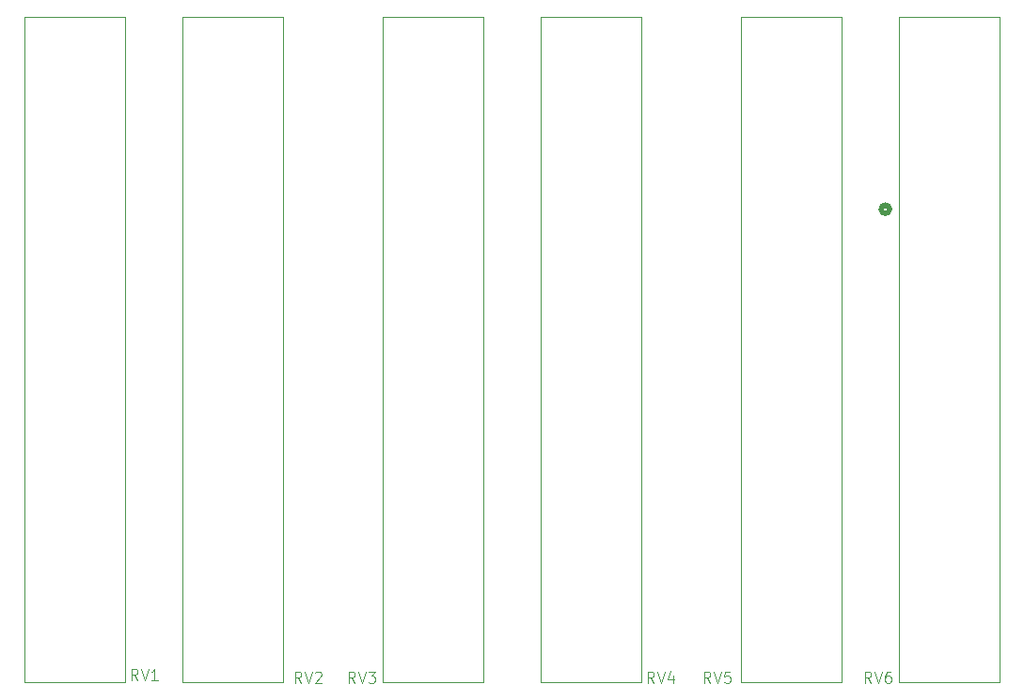
<source format=gbr>
%TF.GenerationSoftware,KiCad,Pcbnew,8.0.2*%
%TF.CreationDate,2024-06-02T13:55:41-07:00*%
%TF.ProjectId,RLS_PCBA,524c535f-5043-4424-912e-6b696361645f,rev?*%
%TF.SameCoordinates,Original*%
%TF.FileFunction,Legend,Top*%
%TF.FilePolarity,Positive*%
%FSLAX46Y46*%
G04 Gerber Fmt 4.6, Leading zero omitted, Abs format (unit mm)*
G04 Created by KiCad (PCBNEW 8.0.2) date 2024-06-02 13:55:41*
%MOMM*%
%LPD*%
G01*
G04 APERTURE LIST*
%ADD10C,0.100000*%
%ADD11C,0.050000*%
%ADD12C,0.508000*%
G04 APERTURE END LIST*
D10*
X161380561Y-145847019D02*
X161047228Y-145370828D01*
X160809133Y-145847019D02*
X160809133Y-144847019D01*
X160809133Y-144847019D02*
X161190085Y-144847019D01*
X161190085Y-144847019D02*
X161285323Y-144894638D01*
X161285323Y-144894638D02*
X161332942Y-144942257D01*
X161332942Y-144942257D02*
X161380561Y-145037495D01*
X161380561Y-145037495D02*
X161380561Y-145180352D01*
X161380561Y-145180352D02*
X161332942Y-145275590D01*
X161332942Y-145275590D02*
X161285323Y-145323209D01*
X161285323Y-145323209D02*
X161190085Y-145370828D01*
X161190085Y-145370828D02*
X160809133Y-145370828D01*
X161666276Y-144847019D02*
X161999609Y-145847019D01*
X161999609Y-145847019D02*
X162332942Y-144847019D01*
X163142466Y-144847019D02*
X162666276Y-144847019D01*
X162666276Y-144847019D02*
X162618657Y-145323209D01*
X162618657Y-145323209D02*
X162666276Y-145275590D01*
X162666276Y-145275590D02*
X162761514Y-145227971D01*
X162761514Y-145227971D02*
X162999609Y-145227971D01*
X162999609Y-145227971D02*
X163094847Y-145275590D01*
X163094847Y-145275590D02*
X163142466Y-145323209D01*
X163142466Y-145323209D02*
X163190085Y-145418447D01*
X163190085Y-145418447D02*
X163190085Y-145656542D01*
X163190085Y-145656542D02*
X163142466Y-145751780D01*
X163142466Y-145751780D02*
X163094847Y-145799400D01*
X163094847Y-145799400D02*
X162999609Y-145847019D01*
X162999609Y-145847019D02*
X162761514Y-145847019D01*
X162761514Y-145847019D02*
X162666276Y-145799400D01*
X162666276Y-145799400D02*
X162618657Y-145751780D01*
X129376561Y-145847019D02*
X129043228Y-145370828D01*
X128805133Y-145847019D02*
X128805133Y-144847019D01*
X128805133Y-144847019D02*
X129186085Y-144847019D01*
X129186085Y-144847019D02*
X129281323Y-144894638D01*
X129281323Y-144894638D02*
X129328942Y-144942257D01*
X129328942Y-144942257D02*
X129376561Y-145037495D01*
X129376561Y-145037495D02*
X129376561Y-145180352D01*
X129376561Y-145180352D02*
X129328942Y-145275590D01*
X129328942Y-145275590D02*
X129281323Y-145323209D01*
X129281323Y-145323209D02*
X129186085Y-145370828D01*
X129186085Y-145370828D02*
X128805133Y-145370828D01*
X129662276Y-144847019D02*
X129995609Y-145847019D01*
X129995609Y-145847019D02*
X130328942Y-144847019D01*
X130567038Y-144847019D02*
X131186085Y-144847019D01*
X131186085Y-144847019D02*
X130852752Y-145227971D01*
X130852752Y-145227971D02*
X130995609Y-145227971D01*
X130995609Y-145227971D02*
X131090847Y-145275590D01*
X131090847Y-145275590D02*
X131138466Y-145323209D01*
X131138466Y-145323209D02*
X131186085Y-145418447D01*
X131186085Y-145418447D02*
X131186085Y-145656542D01*
X131186085Y-145656542D02*
X131138466Y-145751780D01*
X131138466Y-145751780D02*
X131090847Y-145799400D01*
X131090847Y-145799400D02*
X130995609Y-145847019D01*
X130995609Y-145847019D02*
X130709895Y-145847019D01*
X130709895Y-145847019D02*
X130614657Y-145799400D01*
X130614657Y-145799400D02*
X130567038Y-145751780D01*
X156300561Y-145847019D02*
X155967228Y-145370828D01*
X155729133Y-145847019D02*
X155729133Y-144847019D01*
X155729133Y-144847019D02*
X156110085Y-144847019D01*
X156110085Y-144847019D02*
X156205323Y-144894638D01*
X156205323Y-144894638D02*
X156252942Y-144942257D01*
X156252942Y-144942257D02*
X156300561Y-145037495D01*
X156300561Y-145037495D02*
X156300561Y-145180352D01*
X156300561Y-145180352D02*
X156252942Y-145275590D01*
X156252942Y-145275590D02*
X156205323Y-145323209D01*
X156205323Y-145323209D02*
X156110085Y-145370828D01*
X156110085Y-145370828D02*
X155729133Y-145370828D01*
X156586276Y-144847019D02*
X156919609Y-145847019D01*
X156919609Y-145847019D02*
X157252942Y-144847019D01*
X158014847Y-145180352D02*
X158014847Y-145847019D01*
X157776752Y-144799400D02*
X157538657Y-145513685D01*
X157538657Y-145513685D02*
X158157704Y-145513685D01*
X109818561Y-145593019D02*
X109485228Y-145116828D01*
X109247133Y-145593019D02*
X109247133Y-144593019D01*
X109247133Y-144593019D02*
X109628085Y-144593019D01*
X109628085Y-144593019D02*
X109723323Y-144640638D01*
X109723323Y-144640638D02*
X109770942Y-144688257D01*
X109770942Y-144688257D02*
X109818561Y-144783495D01*
X109818561Y-144783495D02*
X109818561Y-144926352D01*
X109818561Y-144926352D02*
X109770942Y-145021590D01*
X109770942Y-145021590D02*
X109723323Y-145069209D01*
X109723323Y-145069209D02*
X109628085Y-145116828D01*
X109628085Y-145116828D02*
X109247133Y-145116828D01*
X110104276Y-144593019D02*
X110437609Y-145593019D01*
X110437609Y-145593019D02*
X110770942Y-144593019D01*
X111628085Y-145593019D02*
X111056657Y-145593019D01*
X111342371Y-145593019D02*
X111342371Y-144593019D01*
X111342371Y-144593019D02*
X111247133Y-144735876D01*
X111247133Y-144735876D02*
X111151895Y-144831114D01*
X111151895Y-144831114D02*
X111056657Y-144878733D01*
X175858561Y-145847019D02*
X175525228Y-145370828D01*
X175287133Y-145847019D02*
X175287133Y-144847019D01*
X175287133Y-144847019D02*
X175668085Y-144847019D01*
X175668085Y-144847019D02*
X175763323Y-144894638D01*
X175763323Y-144894638D02*
X175810942Y-144942257D01*
X175810942Y-144942257D02*
X175858561Y-145037495D01*
X175858561Y-145037495D02*
X175858561Y-145180352D01*
X175858561Y-145180352D02*
X175810942Y-145275590D01*
X175810942Y-145275590D02*
X175763323Y-145323209D01*
X175763323Y-145323209D02*
X175668085Y-145370828D01*
X175668085Y-145370828D02*
X175287133Y-145370828D01*
X176144276Y-144847019D02*
X176477609Y-145847019D01*
X176477609Y-145847019D02*
X176810942Y-144847019D01*
X177572847Y-144847019D02*
X177382371Y-144847019D01*
X177382371Y-144847019D02*
X177287133Y-144894638D01*
X177287133Y-144894638D02*
X177239514Y-144942257D01*
X177239514Y-144942257D02*
X177144276Y-145085114D01*
X177144276Y-145085114D02*
X177096657Y-145275590D01*
X177096657Y-145275590D02*
X177096657Y-145656542D01*
X177096657Y-145656542D02*
X177144276Y-145751780D01*
X177144276Y-145751780D02*
X177191895Y-145799400D01*
X177191895Y-145799400D02*
X177287133Y-145847019D01*
X177287133Y-145847019D02*
X177477609Y-145847019D01*
X177477609Y-145847019D02*
X177572847Y-145799400D01*
X177572847Y-145799400D02*
X177620466Y-145751780D01*
X177620466Y-145751780D02*
X177668085Y-145656542D01*
X177668085Y-145656542D02*
X177668085Y-145418447D01*
X177668085Y-145418447D02*
X177620466Y-145323209D01*
X177620466Y-145323209D02*
X177572847Y-145275590D01*
X177572847Y-145275590D02*
X177477609Y-145227971D01*
X177477609Y-145227971D02*
X177287133Y-145227971D01*
X177287133Y-145227971D02*
X177191895Y-145275590D01*
X177191895Y-145275590D02*
X177144276Y-145323209D01*
X177144276Y-145323209D02*
X177096657Y-145418447D01*
X124550561Y-145847019D02*
X124217228Y-145370828D01*
X123979133Y-145847019D02*
X123979133Y-144847019D01*
X123979133Y-144847019D02*
X124360085Y-144847019D01*
X124360085Y-144847019D02*
X124455323Y-144894638D01*
X124455323Y-144894638D02*
X124502942Y-144942257D01*
X124502942Y-144942257D02*
X124550561Y-145037495D01*
X124550561Y-145037495D02*
X124550561Y-145180352D01*
X124550561Y-145180352D02*
X124502942Y-145275590D01*
X124502942Y-145275590D02*
X124455323Y-145323209D01*
X124455323Y-145323209D02*
X124360085Y-145370828D01*
X124360085Y-145370828D02*
X123979133Y-145370828D01*
X124836276Y-144847019D02*
X125169609Y-145847019D01*
X125169609Y-145847019D02*
X125502942Y-144847019D01*
X125788657Y-144942257D02*
X125836276Y-144894638D01*
X125836276Y-144894638D02*
X125931514Y-144847019D01*
X125931514Y-144847019D02*
X126169609Y-144847019D01*
X126169609Y-144847019D02*
X126264847Y-144894638D01*
X126264847Y-144894638D02*
X126312466Y-144942257D01*
X126312466Y-144942257D02*
X126360085Y-145037495D01*
X126360085Y-145037495D02*
X126360085Y-145132733D01*
X126360085Y-145132733D02*
X126312466Y-145275590D01*
X126312466Y-145275590D02*
X125741038Y-145847019D01*
X125741038Y-145847019D02*
X126360085Y-145847019D01*
D11*
%TO.C,RV5*%
X173156000Y-145824000D02*
X173156000Y-85824000D01*
X164156000Y-145824000D02*
X173156000Y-145824000D01*
X164156000Y-145824000D02*
X164156000Y-85824000D01*
X164156000Y-85824000D02*
X173156000Y-85824000D01*
%TO.C,RV3*%
X140898000Y-145824000D02*
X140898000Y-85824000D01*
X131898000Y-145824000D02*
X140898000Y-145824000D01*
X131898000Y-145824000D02*
X131898000Y-85824000D01*
X131898000Y-85824000D02*
X140898000Y-85824000D01*
%TO.C,RV4*%
X155122000Y-145824000D02*
X155122000Y-85824000D01*
X146122000Y-145824000D02*
X155122000Y-145824000D01*
X146122000Y-145824000D02*
X146122000Y-85824000D01*
X146122000Y-85824000D02*
X155122000Y-85824000D01*
%TO.C,RV1*%
X108640000Y-145824000D02*
X108640000Y-85824000D01*
X99640000Y-145824000D02*
X108640000Y-145824000D01*
X99640000Y-145824000D02*
X99640000Y-85824000D01*
X99640000Y-85824000D02*
X108640000Y-85824000D01*
%TO.C,RV6*%
X187380000Y-145824000D02*
X187380000Y-85824000D01*
X178380000Y-145824000D02*
X187380000Y-145824000D01*
X178380000Y-145824000D02*
X178380000Y-85824000D01*
X178380000Y-85824000D02*
X187380000Y-85824000D01*
D12*
%TO.C,J2*%
X177517951Y-103174800D02*
G75*
G02*
X176755951Y-103174800I-381000J0D01*
G01*
X176755951Y-103174800D02*
G75*
G02*
X177517951Y-103174800I381000J0D01*
G01*
D11*
%TO.C,RV2*%
X122864000Y-145824000D02*
X122864000Y-85824000D01*
X113864000Y-145824000D02*
X122864000Y-145824000D01*
X113864000Y-145824000D02*
X113864000Y-85824000D01*
X113864000Y-85824000D02*
X122864000Y-85824000D01*
%TD*%
M02*

</source>
